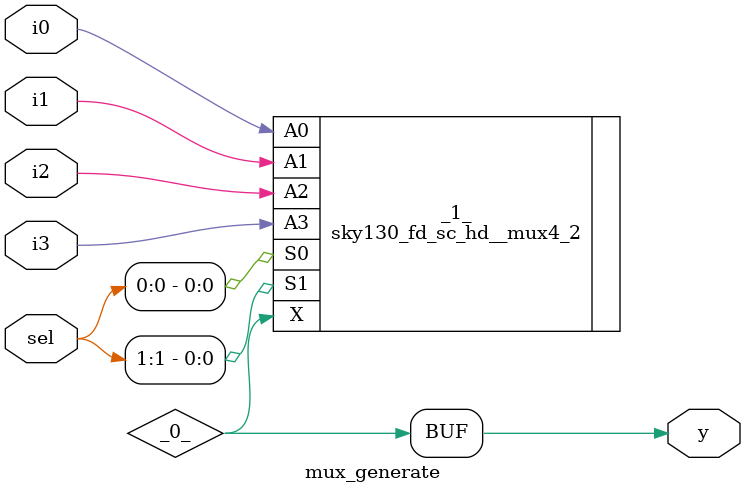
<source format=v>
/* Generated by Yosys 0.47+121 (git sha1 98b4affc4, g++ 13.2.0-23ubuntu4 -fPIC -O3) */

module mux_generate(i0, i1, i2, i3, sel, y);
  wire _0_;
  input i0;
  wire i0;
  input i1;
  wire i1;
  input i2;
  wire i2;
  input i3;
  wire i3;
  input [1:0] sel;
  wire [1:0] sel;
  output y;
  reg y;
  sky130_fd_sc_hd__mux4_2 _1_ (
    .A0(i0),
    .A1(i1),
    .A2(i2),
    .A3(i3),
    .S0(sel[0]),
    .S1(sel[1]),
    .X(_0_)
  );
  always @*
    if (!1'h0) y = _0_;
endmodule

</source>
